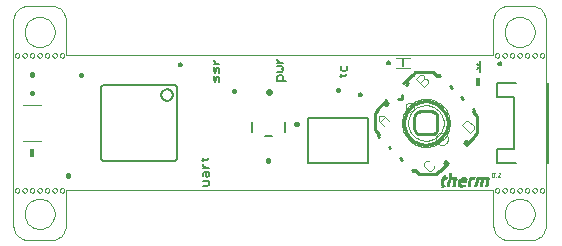
<source format=gto>
G75*
%MOIN*%
%OFA0B0*%
%FSLAX24Y24*%
%IPPOS*%
%LPD*%
%AMOC8*
5,1,8,0,0,1.08239X$1,22.5*
%
%ADD10C,0.0000*%
%ADD11C,0.0050*%
%ADD12C,0.0080*%
%ADD13C,0.0100*%
%ADD14C,0.0020*%
%ADD15C,0.0040*%
%ADD16R,0.0050X0.0305*%
%ADD17C,0.0220*%
%ADD18C,0.0160*%
%ADD19R,0.0160X0.0280*%
%ADD20R,0.0100X0.0020*%
%ADD21R,0.0160X0.0020*%
%ADD22R,0.0180X0.0020*%
%ADD23R,0.0240X0.0020*%
%ADD24R,0.0140X0.0020*%
%ADD25R,0.0060X0.0020*%
%ADD26R,0.0120X0.0020*%
%ADD27R,0.0080X0.0020*%
%ADD28R,0.0300X0.0020*%
%ADD29R,0.0200X0.0020*%
%ADD30R,0.0280X0.0020*%
%ADD31R,0.0440X0.0020*%
%ADD32R,0.0220X0.0020*%
%ADD33R,0.0260X0.0020*%
%ADD34R,0.0020X0.0020*%
%ADD35R,0.0040X0.0020*%
%ADD36C,0.0060*%
D10*
X004943Y002737D02*
X005693Y002737D01*
X005737Y002739D01*
X005780Y002745D01*
X005822Y002754D01*
X005864Y002767D01*
X005904Y002784D01*
X005943Y002804D01*
X005980Y002827D01*
X006014Y002854D01*
X006047Y002883D01*
X006076Y002916D01*
X006103Y002950D01*
X006126Y002987D01*
X006146Y003026D01*
X006163Y003066D01*
X006176Y003108D01*
X006185Y003150D01*
X006191Y003193D01*
X006193Y003237D01*
X006193Y004393D01*
X020443Y004393D01*
X020443Y003237D01*
X020445Y003193D01*
X020451Y003150D01*
X020460Y003108D01*
X020473Y003066D01*
X020490Y003026D01*
X020510Y002987D01*
X020533Y002950D01*
X020560Y002916D01*
X020589Y002883D01*
X020622Y002854D01*
X020656Y002827D01*
X020693Y002804D01*
X020732Y002784D01*
X020772Y002767D01*
X020814Y002754D01*
X020856Y002745D01*
X020899Y002739D01*
X020943Y002737D01*
X021693Y002737D01*
X021737Y002739D01*
X021780Y002745D01*
X021822Y002754D01*
X021864Y002767D01*
X021904Y002784D01*
X021943Y002804D01*
X021980Y002827D01*
X022014Y002854D01*
X022047Y002883D01*
X022076Y002916D01*
X022103Y002950D01*
X022126Y002987D01*
X022146Y003026D01*
X022163Y003066D01*
X022176Y003108D01*
X022185Y003150D01*
X022191Y003193D01*
X022193Y003237D01*
X022193Y010050D01*
X022191Y010094D01*
X022185Y010137D01*
X022176Y010179D01*
X022163Y010221D01*
X022146Y010261D01*
X022126Y010300D01*
X022103Y010337D01*
X022076Y010371D01*
X022047Y010404D01*
X022014Y010433D01*
X021980Y010460D01*
X021943Y010483D01*
X021904Y010503D01*
X021864Y010520D01*
X021822Y010533D01*
X021780Y010542D01*
X021737Y010548D01*
X021693Y010550D01*
X020943Y010550D01*
X020899Y010548D01*
X020856Y010542D01*
X020814Y010533D01*
X020772Y010520D01*
X020732Y010503D01*
X020693Y010483D01*
X020656Y010460D01*
X020622Y010433D01*
X020589Y010404D01*
X020560Y010371D01*
X020533Y010337D01*
X020510Y010300D01*
X020490Y010261D01*
X020473Y010221D01*
X020460Y010179D01*
X020451Y010137D01*
X020445Y010094D01*
X020443Y010050D01*
X020443Y008893D01*
X006193Y008893D01*
X006193Y010050D01*
X006191Y010094D01*
X006185Y010137D01*
X006176Y010179D01*
X006163Y010221D01*
X006146Y010261D01*
X006126Y010300D01*
X006103Y010337D01*
X006076Y010371D01*
X006047Y010404D01*
X006014Y010433D01*
X005980Y010460D01*
X005943Y010483D01*
X005904Y010503D01*
X005864Y010520D01*
X005822Y010533D01*
X005780Y010542D01*
X005737Y010548D01*
X005693Y010550D01*
X004943Y010550D01*
X004899Y010548D01*
X004856Y010542D01*
X004814Y010533D01*
X004772Y010520D01*
X004732Y010503D01*
X004693Y010483D01*
X004656Y010460D01*
X004622Y010433D01*
X004589Y010404D01*
X004560Y010371D01*
X004533Y010337D01*
X004510Y010300D01*
X004490Y010261D01*
X004473Y010221D01*
X004460Y010179D01*
X004451Y010137D01*
X004445Y010094D01*
X004443Y010050D01*
X004443Y003237D01*
X004445Y003193D01*
X004451Y003150D01*
X004460Y003108D01*
X004473Y003066D01*
X004490Y003026D01*
X004510Y002987D01*
X004533Y002950D01*
X004560Y002916D01*
X004589Y002883D01*
X004622Y002854D01*
X004656Y002827D01*
X004693Y002804D01*
X004732Y002784D01*
X004772Y002767D01*
X004814Y002754D01*
X004856Y002745D01*
X004899Y002739D01*
X004943Y002737D01*
X004818Y003612D02*
X004820Y003656D01*
X004826Y003700D01*
X004836Y003743D01*
X004849Y003785D01*
X004866Y003826D01*
X004887Y003865D01*
X004911Y003902D01*
X004938Y003937D01*
X004968Y003969D01*
X005001Y003999D01*
X005037Y004025D01*
X005074Y004049D01*
X005114Y004068D01*
X005155Y004085D01*
X005198Y004097D01*
X005241Y004106D01*
X005285Y004111D01*
X005329Y004112D01*
X005373Y004109D01*
X005417Y004102D01*
X005460Y004091D01*
X005502Y004077D01*
X005542Y004059D01*
X005581Y004037D01*
X005617Y004013D01*
X005651Y003985D01*
X005683Y003954D01*
X005712Y003920D01*
X005738Y003884D01*
X005760Y003846D01*
X005779Y003806D01*
X005794Y003764D01*
X005806Y003722D01*
X005814Y003678D01*
X005818Y003634D01*
X005818Y003590D01*
X005814Y003546D01*
X005806Y003502D01*
X005794Y003460D01*
X005779Y003418D01*
X005760Y003378D01*
X005738Y003340D01*
X005712Y003304D01*
X005683Y003270D01*
X005651Y003239D01*
X005617Y003211D01*
X005581Y003187D01*
X005542Y003165D01*
X005502Y003147D01*
X005460Y003133D01*
X005417Y003122D01*
X005373Y003115D01*
X005329Y003112D01*
X005285Y003113D01*
X005241Y003118D01*
X005198Y003127D01*
X005155Y003139D01*
X005114Y003156D01*
X005074Y003175D01*
X005037Y003199D01*
X005001Y003225D01*
X004968Y003255D01*
X004938Y003287D01*
X004911Y003322D01*
X004887Y003359D01*
X004866Y003398D01*
X004849Y003439D01*
X004836Y003481D01*
X004826Y003524D01*
X004820Y003568D01*
X004818Y003612D01*
X004743Y004393D02*
X004745Y004410D01*
X004750Y004426D01*
X004759Y004440D01*
X004771Y004452D01*
X004785Y004461D01*
X004801Y004466D01*
X004818Y004468D01*
X004835Y004466D01*
X004851Y004461D01*
X004865Y004452D01*
X004877Y004440D01*
X004886Y004426D01*
X004891Y004410D01*
X004893Y004393D01*
X004891Y004376D01*
X004886Y004360D01*
X004877Y004346D01*
X004865Y004334D01*
X004851Y004325D01*
X004835Y004320D01*
X004818Y004318D01*
X004801Y004320D01*
X004785Y004325D01*
X004771Y004334D01*
X004759Y004346D01*
X004750Y004360D01*
X004745Y004376D01*
X004743Y004393D01*
X004493Y004393D02*
X004495Y004410D01*
X004500Y004426D01*
X004509Y004440D01*
X004521Y004452D01*
X004535Y004461D01*
X004551Y004466D01*
X004568Y004468D01*
X004585Y004466D01*
X004601Y004461D01*
X004615Y004452D01*
X004627Y004440D01*
X004636Y004426D01*
X004641Y004410D01*
X004643Y004393D01*
X004641Y004376D01*
X004636Y004360D01*
X004627Y004346D01*
X004615Y004334D01*
X004601Y004325D01*
X004585Y004320D01*
X004568Y004318D01*
X004551Y004320D01*
X004535Y004325D01*
X004521Y004334D01*
X004509Y004346D01*
X004500Y004360D01*
X004495Y004376D01*
X004493Y004393D01*
X004993Y004393D02*
X004995Y004410D01*
X005000Y004426D01*
X005009Y004440D01*
X005021Y004452D01*
X005035Y004461D01*
X005051Y004466D01*
X005068Y004468D01*
X005085Y004466D01*
X005101Y004461D01*
X005115Y004452D01*
X005127Y004440D01*
X005136Y004426D01*
X005141Y004410D01*
X005143Y004393D01*
X005141Y004376D01*
X005136Y004360D01*
X005127Y004346D01*
X005115Y004334D01*
X005101Y004325D01*
X005085Y004320D01*
X005068Y004318D01*
X005051Y004320D01*
X005035Y004325D01*
X005021Y004334D01*
X005009Y004346D01*
X005000Y004360D01*
X004995Y004376D01*
X004993Y004393D01*
X005243Y004393D02*
X005245Y004410D01*
X005250Y004426D01*
X005259Y004440D01*
X005271Y004452D01*
X005285Y004461D01*
X005301Y004466D01*
X005318Y004468D01*
X005335Y004466D01*
X005351Y004461D01*
X005365Y004452D01*
X005377Y004440D01*
X005386Y004426D01*
X005391Y004410D01*
X005393Y004393D01*
X005391Y004376D01*
X005386Y004360D01*
X005377Y004346D01*
X005365Y004334D01*
X005351Y004325D01*
X005335Y004320D01*
X005318Y004318D01*
X005301Y004320D01*
X005285Y004325D01*
X005271Y004334D01*
X005259Y004346D01*
X005250Y004360D01*
X005245Y004376D01*
X005243Y004393D01*
X005493Y004393D02*
X005495Y004410D01*
X005500Y004426D01*
X005509Y004440D01*
X005521Y004452D01*
X005535Y004461D01*
X005551Y004466D01*
X005568Y004468D01*
X005585Y004466D01*
X005601Y004461D01*
X005615Y004452D01*
X005627Y004440D01*
X005636Y004426D01*
X005641Y004410D01*
X005643Y004393D01*
X005641Y004376D01*
X005636Y004360D01*
X005627Y004346D01*
X005615Y004334D01*
X005601Y004325D01*
X005585Y004320D01*
X005568Y004318D01*
X005551Y004320D01*
X005535Y004325D01*
X005521Y004334D01*
X005509Y004346D01*
X005500Y004360D01*
X005495Y004376D01*
X005493Y004393D01*
X005743Y004393D02*
X005745Y004410D01*
X005750Y004426D01*
X005759Y004440D01*
X005771Y004452D01*
X005785Y004461D01*
X005801Y004466D01*
X005818Y004468D01*
X005835Y004466D01*
X005851Y004461D01*
X005865Y004452D01*
X005877Y004440D01*
X005886Y004426D01*
X005891Y004410D01*
X005893Y004393D01*
X005891Y004376D01*
X005886Y004360D01*
X005877Y004346D01*
X005865Y004334D01*
X005851Y004325D01*
X005835Y004320D01*
X005818Y004318D01*
X005801Y004320D01*
X005785Y004325D01*
X005771Y004334D01*
X005759Y004346D01*
X005750Y004360D01*
X005745Y004376D01*
X005743Y004393D01*
X005993Y004393D02*
X005995Y004410D01*
X006000Y004426D01*
X006009Y004440D01*
X006021Y004452D01*
X006035Y004461D01*
X006051Y004466D01*
X006068Y004468D01*
X006085Y004466D01*
X006101Y004461D01*
X006115Y004452D01*
X006127Y004440D01*
X006136Y004426D01*
X006141Y004410D01*
X006143Y004393D01*
X006141Y004376D01*
X006136Y004360D01*
X006127Y004346D01*
X006115Y004334D01*
X006101Y004325D01*
X006085Y004320D01*
X006068Y004318D01*
X006051Y004320D01*
X006035Y004325D01*
X006021Y004334D01*
X006009Y004346D01*
X006000Y004360D01*
X005995Y004376D01*
X005993Y004393D01*
X005993Y008893D02*
X005995Y008910D01*
X006000Y008926D01*
X006009Y008940D01*
X006021Y008952D01*
X006035Y008961D01*
X006051Y008966D01*
X006068Y008968D01*
X006085Y008966D01*
X006101Y008961D01*
X006115Y008952D01*
X006127Y008940D01*
X006136Y008926D01*
X006141Y008910D01*
X006143Y008893D01*
X006141Y008876D01*
X006136Y008860D01*
X006127Y008846D01*
X006115Y008834D01*
X006101Y008825D01*
X006085Y008820D01*
X006068Y008818D01*
X006051Y008820D01*
X006035Y008825D01*
X006021Y008834D01*
X006009Y008846D01*
X006000Y008860D01*
X005995Y008876D01*
X005993Y008893D01*
X005743Y008893D02*
X005745Y008910D01*
X005750Y008926D01*
X005759Y008940D01*
X005771Y008952D01*
X005785Y008961D01*
X005801Y008966D01*
X005818Y008968D01*
X005835Y008966D01*
X005851Y008961D01*
X005865Y008952D01*
X005877Y008940D01*
X005886Y008926D01*
X005891Y008910D01*
X005893Y008893D01*
X005891Y008876D01*
X005886Y008860D01*
X005877Y008846D01*
X005865Y008834D01*
X005851Y008825D01*
X005835Y008820D01*
X005818Y008818D01*
X005801Y008820D01*
X005785Y008825D01*
X005771Y008834D01*
X005759Y008846D01*
X005750Y008860D01*
X005745Y008876D01*
X005743Y008893D01*
X005493Y008893D02*
X005495Y008910D01*
X005500Y008926D01*
X005509Y008940D01*
X005521Y008952D01*
X005535Y008961D01*
X005551Y008966D01*
X005568Y008968D01*
X005585Y008966D01*
X005601Y008961D01*
X005615Y008952D01*
X005627Y008940D01*
X005636Y008926D01*
X005641Y008910D01*
X005643Y008893D01*
X005641Y008876D01*
X005636Y008860D01*
X005627Y008846D01*
X005615Y008834D01*
X005601Y008825D01*
X005585Y008820D01*
X005568Y008818D01*
X005551Y008820D01*
X005535Y008825D01*
X005521Y008834D01*
X005509Y008846D01*
X005500Y008860D01*
X005495Y008876D01*
X005493Y008893D01*
X005243Y008893D02*
X005245Y008910D01*
X005250Y008926D01*
X005259Y008940D01*
X005271Y008952D01*
X005285Y008961D01*
X005301Y008966D01*
X005318Y008968D01*
X005335Y008966D01*
X005351Y008961D01*
X005365Y008952D01*
X005377Y008940D01*
X005386Y008926D01*
X005391Y008910D01*
X005393Y008893D01*
X005391Y008876D01*
X005386Y008860D01*
X005377Y008846D01*
X005365Y008834D01*
X005351Y008825D01*
X005335Y008820D01*
X005318Y008818D01*
X005301Y008820D01*
X005285Y008825D01*
X005271Y008834D01*
X005259Y008846D01*
X005250Y008860D01*
X005245Y008876D01*
X005243Y008893D01*
X004993Y008893D02*
X004995Y008910D01*
X005000Y008926D01*
X005009Y008940D01*
X005021Y008952D01*
X005035Y008961D01*
X005051Y008966D01*
X005068Y008968D01*
X005085Y008966D01*
X005101Y008961D01*
X005115Y008952D01*
X005127Y008940D01*
X005136Y008926D01*
X005141Y008910D01*
X005143Y008893D01*
X005141Y008876D01*
X005136Y008860D01*
X005127Y008846D01*
X005115Y008834D01*
X005101Y008825D01*
X005085Y008820D01*
X005068Y008818D01*
X005051Y008820D01*
X005035Y008825D01*
X005021Y008834D01*
X005009Y008846D01*
X005000Y008860D01*
X004995Y008876D01*
X004993Y008893D01*
X004743Y008893D02*
X004745Y008910D01*
X004750Y008926D01*
X004759Y008940D01*
X004771Y008952D01*
X004785Y008961D01*
X004801Y008966D01*
X004818Y008968D01*
X004835Y008966D01*
X004851Y008961D01*
X004865Y008952D01*
X004877Y008940D01*
X004886Y008926D01*
X004891Y008910D01*
X004893Y008893D01*
X004891Y008876D01*
X004886Y008860D01*
X004877Y008846D01*
X004865Y008834D01*
X004851Y008825D01*
X004835Y008820D01*
X004818Y008818D01*
X004801Y008820D01*
X004785Y008825D01*
X004771Y008834D01*
X004759Y008846D01*
X004750Y008860D01*
X004745Y008876D01*
X004743Y008893D01*
X004493Y008893D02*
X004495Y008910D01*
X004500Y008926D01*
X004509Y008940D01*
X004521Y008952D01*
X004535Y008961D01*
X004551Y008966D01*
X004568Y008968D01*
X004585Y008966D01*
X004601Y008961D01*
X004615Y008952D01*
X004627Y008940D01*
X004636Y008926D01*
X004641Y008910D01*
X004643Y008893D01*
X004641Y008876D01*
X004636Y008860D01*
X004627Y008846D01*
X004615Y008834D01*
X004601Y008825D01*
X004585Y008820D01*
X004568Y008818D01*
X004551Y008820D01*
X004535Y008825D01*
X004521Y008834D01*
X004509Y008846D01*
X004500Y008860D01*
X004495Y008876D01*
X004493Y008893D01*
X004818Y009675D02*
X004820Y009719D01*
X004826Y009763D01*
X004836Y009806D01*
X004849Y009848D01*
X004866Y009889D01*
X004887Y009928D01*
X004911Y009965D01*
X004938Y010000D01*
X004968Y010032D01*
X005001Y010062D01*
X005037Y010088D01*
X005074Y010112D01*
X005114Y010131D01*
X005155Y010148D01*
X005198Y010160D01*
X005241Y010169D01*
X005285Y010174D01*
X005329Y010175D01*
X005373Y010172D01*
X005417Y010165D01*
X005460Y010154D01*
X005502Y010140D01*
X005542Y010122D01*
X005581Y010100D01*
X005617Y010076D01*
X005651Y010048D01*
X005683Y010017D01*
X005712Y009983D01*
X005738Y009947D01*
X005760Y009909D01*
X005779Y009869D01*
X005794Y009827D01*
X005806Y009785D01*
X005814Y009741D01*
X005818Y009697D01*
X005818Y009653D01*
X005814Y009609D01*
X005806Y009565D01*
X005794Y009523D01*
X005779Y009481D01*
X005760Y009441D01*
X005738Y009403D01*
X005712Y009367D01*
X005683Y009333D01*
X005651Y009302D01*
X005617Y009274D01*
X005581Y009250D01*
X005542Y009228D01*
X005502Y009210D01*
X005460Y009196D01*
X005417Y009185D01*
X005373Y009178D01*
X005329Y009175D01*
X005285Y009176D01*
X005241Y009181D01*
X005198Y009190D01*
X005155Y009202D01*
X005114Y009219D01*
X005074Y009238D01*
X005037Y009262D01*
X005001Y009288D01*
X004968Y009318D01*
X004938Y009350D01*
X004911Y009385D01*
X004887Y009422D01*
X004866Y009461D01*
X004849Y009502D01*
X004836Y009544D01*
X004826Y009587D01*
X004820Y009631D01*
X004818Y009675D01*
X017516Y007172D02*
X017518Y007196D01*
X017524Y007219D01*
X017533Y007241D01*
X017546Y007261D01*
X017561Y007279D01*
X017580Y007294D01*
X017601Y007306D01*
X017623Y007314D01*
X017646Y007319D01*
X017670Y007320D01*
X017694Y007317D01*
X017716Y007310D01*
X017738Y007300D01*
X017758Y007287D01*
X017775Y007270D01*
X017789Y007251D01*
X017800Y007230D01*
X017808Y007207D01*
X017812Y007184D01*
X017812Y007160D01*
X017808Y007137D01*
X017800Y007114D01*
X017789Y007093D01*
X017775Y007074D01*
X017758Y007057D01*
X017738Y007044D01*
X017716Y007034D01*
X017694Y007027D01*
X017670Y007024D01*
X017646Y007025D01*
X017623Y007030D01*
X017601Y007038D01*
X017580Y007050D01*
X017561Y007065D01*
X017546Y007083D01*
X017533Y007103D01*
X017524Y007125D01*
X017518Y007148D01*
X017516Y007172D01*
X018515Y006114D02*
X018517Y006142D01*
X018523Y006170D01*
X018532Y006196D01*
X018545Y006222D01*
X018561Y006245D01*
X018581Y006265D01*
X018603Y006283D01*
X018627Y006298D01*
X018653Y006309D01*
X018680Y006317D01*
X018708Y006321D01*
X018736Y006321D01*
X018764Y006317D01*
X018791Y006309D01*
X018817Y006298D01*
X018841Y006283D01*
X018863Y006265D01*
X018883Y006245D01*
X018899Y006222D01*
X018912Y006196D01*
X018921Y006170D01*
X018927Y006142D01*
X018929Y006114D01*
X018927Y006086D01*
X018921Y006058D01*
X018912Y006032D01*
X018899Y006006D01*
X018883Y005983D01*
X018863Y005963D01*
X018841Y005945D01*
X018817Y005930D01*
X018791Y005919D01*
X018764Y005911D01*
X018736Y005907D01*
X018708Y005907D01*
X018680Y005911D01*
X018653Y005919D01*
X018627Y005930D01*
X018603Y005945D01*
X018581Y005963D01*
X018561Y005983D01*
X018545Y006006D01*
X018532Y006032D01*
X018523Y006058D01*
X018517Y006086D01*
X018515Y006114D01*
X020493Y004393D02*
X020495Y004410D01*
X020500Y004426D01*
X020509Y004440D01*
X020521Y004452D01*
X020535Y004461D01*
X020551Y004466D01*
X020568Y004468D01*
X020585Y004466D01*
X020601Y004461D01*
X020615Y004452D01*
X020627Y004440D01*
X020636Y004426D01*
X020641Y004410D01*
X020643Y004393D01*
X020641Y004376D01*
X020636Y004360D01*
X020627Y004346D01*
X020615Y004334D01*
X020601Y004325D01*
X020585Y004320D01*
X020568Y004318D01*
X020551Y004320D01*
X020535Y004325D01*
X020521Y004334D01*
X020509Y004346D01*
X020500Y004360D01*
X020495Y004376D01*
X020493Y004393D01*
X020743Y004393D02*
X020745Y004410D01*
X020750Y004426D01*
X020759Y004440D01*
X020771Y004452D01*
X020785Y004461D01*
X020801Y004466D01*
X020818Y004468D01*
X020835Y004466D01*
X020851Y004461D01*
X020865Y004452D01*
X020877Y004440D01*
X020886Y004426D01*
X020891Y004410D01*
X020893Y004393D01*
X020891Y004376D01*
X020886Y004360D01*
X020877Y004346D01*
X020865Y004334D01*
X020851Y004325D01*
X020835Y004320D01*
X020818Y004318D01*
X020801Y004320D01*
X020785Y004325D01*
X020771Y004334D01*
X020759Y004346D01*
X020750Y004360D01*
X020745Y004376D01*
X020743Y004393D01*
X020993Y004393D02*
X020995Y004410D01*
X021000Y004426D01*
X021009Y004440D01*
X021021Y004452D01*
X021035Y004461D01*
X021051Y004466D01*
X021068Y004468D01*
X021085Y004466D01*
X021101Y004461D01*
X021115Y004452D01*
X021127Y004440D01*
X021136Y004426D01*
X021141Y004410D01*
X021143Y004393D01*
X021141Y004376D01*
X021136Y004360D01*
X021127Y004346D01*
X021115Y004334D01*
X021101Y004325D01*
X021085Y004320D01*
X021068Y004318D01*
X021051Y004320D01*
X021035Y004325D01*
X021021Y004334D01*
X021009Y004346D01*
X021000Y004360D01*
X020995Y004376D01*
X020993Y004393D01*
X021243Y004393D02*
X021245Y004410D01*
X021250Y004426D01*
X021259Y004440D01*
X021271Y004452D01*
X021285Y004461D01*
X021301Y004466D01*
X021318Y004468D01*
X021335Y004466D01*
X021351Y004461D01*
X021365Y004452D01*
X021377Y004440D01*
X021386Y004426D01*
X021391Y004410D01*
X021393Y004393D01*
X021391Y004376D01*
X021386Y004360D01*
X021377Y004346D01*
X021365Y004334D01*
X021351Y004325D01*
X021335Y004320D01*
X021318Y004318D01*
X021301Y004320D01*
X021285Y004325D01*
X021271Y004334D01*
X021259Y004346D01*
X021250Y004360D01*
X021245Y004376D01*
X021243Y004393D01*
X021493Y004393D02*
X021495Y004410D01*
X021500Y004426D01*
X021509Y004440D01*
X021521Y004452D01*
X021535Y004461D01*
X021551Y004466D01*
X021568Y004468D01*
X021585Y004466D01*
X021601Y004461D01*
X021615Y004452D01*
X021627Y004440D01*
X021636Y004426D01*
X021641Y004410D01*
X021643Y004393D01*
X021641Y004376D01*
X021636Y004360D01*
X021627Y004346D01*
X021615Y004334D01*
X021601Y004325D01*
X021585Y004320D01*
X021568Y004318D01*
X021551Y004320D01*
X021535Y004325D01*
X021521Y004334D01*
X021509Y004346D01*
X021500Y004360D01*
X021495Y004376D01*
X021493Y004393D01*
X021743Y004393D02*
X021745Y004410D01*
X021750Y004426D01*
X021759Y004440D01*
X021771Y004452D01*
X021785Y004461D01*
X021801Y004466D01*
X021818Y004468D01*
X021835Y004466D01*
X021851Y004461D01*
X021865Y004452D01*
X021877Y004440D01*
X021886Y004426D01*
X021891Y004410D01*
X021893Y004393D01*
X021891Y004376D01*
X021886Y004360D01*
X021877Y004346D01*
X021865Y004334D01*
X021851Y004325D01*
X021835Y004320D01*
X021818Y004318D01*
X021801Y004320D01*
X021785Y004325D01*
X021771Y004334D01*
X021759Y004346D01*
X021750Y004360D01*
X021745Y004376D01*
X021743Y004393D01*
X021993Y004393D02*
X021995Y004410D01*
X022000Y004426D01*
X022009Y004440D01*
X022021Y004452D01*
X022035Y004461D01*
X022051Y004466D01*
X022068Y004468D01*
X022085Y004466D01*
X022101Y004461D01*
X022115Y004452D01*
X022127Y004440D01*
X022136Y004426D01*
X022141Y004410D01*
X022143Y004393D01*
X022141Y004376D01*
X022136Y004360D01*
X022127Y004346D01*
X022115Y004334D01*
X022101Y004325D01*
X022085Y004320D01*
X022068Y004318D01*
X022051Y004320D01*
X022035Y004325D01*
X022021Y004334D01*
X022009Y004346D01*
X022000Y004360D01*
X021995Y004376D01*
X021993Y004393D01*
X020818Y003612D02*
X020820Y003656D01*
X020826Y003700D01*
X020836Y003743D01*
X020849Y003785D01*
X020866Y003826D01*
X020887Y003865D01*
X020911Y003902D01*
X020938Y003937D01*
X020968Y003969D01*
X021001Y003999D01*
X021037Y004025D01*
X021074Y004049D01*
X021114Y004068D01*
X021155Y004085D01*
X021198Y004097D01*
X021241Y004106D01*
X021285Y004111D01*
X021329Y004112D01*
X021373Y004109D01*
X021417Y004102D01*
X021460Y004091D01*
X021502Y004077D01*
X021542Y004059D01*
X021581Y004037D01*
X021617Y004013D01*
X021651Y003985D01*
X021683Y003954D01*
X021712Y003920D01*
X021738Y003884D01*
X021760Y003846D01*
X021779Y003806D01*
X021794Y003764D01*
X021806Y003722D01*
X021814Y003678D01*
X021818Y003634D01*
X021818Y003590D01*
X021814Y003546D01*
X021806Y003502D01*
X021794Y003460D01*
X021779Y003418D01*
X021760Y003378D01*
X021738Y003340D01*
X021712Y003304D01*
X021683Y003270D01*
X021651Y003239D01*
X021617Y003211D01*
X021581Y003187D01*
X021542Y003165D01*
X021502Y003147D01*
X021460Y003133D01*
X021417Y003122D01*
X021373Y003115D01*
X021329Y003112D01*
X021285Y003113D01*
X021241Y003118D01*
X021198Y003127D01*
X021155Y003139D01*
X021114Y003156D01*
X021074Y003175D01*
X021037Y003199D01*
X021001Y003225D01*
X020968Y003255D01*
X020938Y003287D01*
X020911Y003322D01*
X020887Y003359D01*
X020866Y003398D01*
X020849Y003439D01*
X020836Y003481D01*
X020826Y003524D01*
X020820Y003568D01*
X020818Y003612D01*
X020743Y008893D02*
X020745Y008910D01*
X020750Y008926D01*
X020759Y008940D01*
X020771Y008952D01*
X020785Y008961D01*
X020801Y008966D01*
X020818Y008968D01*
X020835Y008966D01*
X020851Y008961D01*
X020865Y008952D01*
X020877Y008940D01*
X020886Y008926D01*
X020891Y008910D01*
X020893Y008893D01*
X020891Y008876D01*
X020886Y008860D01*
X020877Y008846D01*
X020865Y008834D01*
X020851Y008825D01*
X020835Y008820D01*
X020818Y008818D01*
X020801Y008820D01*
X020785Y008825D01*
X020771Y008834D01*
X020759Y008846D01*
X020750Y008860D01*
X020745Y008876D01*
X020743Y008893D01*
X020493Y008893D02*
X020495Y008910D01*
X020500Y008926D01*
X020509Y008940D01*
X020521Y008952D01*
X020535Y008961D01*
X020551Y008966D01*
X020568Y008968D01*
X020585Y008966D01*
X020601Y008961D01*
X020615Y008952D01*
X020627Y008940D01*
X020636Y008926D01*
X020641Y008910D01*
X020643Y008893D01*
X020641Y008876D01*
X020636Y008860D01*
X020627Y008846D01*
X020615Y008834D01*
X020601Y008825D01*
X020585Y008820D01*
X020568Y008818D01*
X020551Y008820D01*
X020535Y008825D01*
X020521Y008834D01*
X020509Y008846D01*
X020500Y008860D01*
X020495Y008876D01*
X020493Y008893D01*
X020993Y008893D02*
X020995Y008910D01*
X021000Y008926D01*
X021009Y008940D01*
X021021Y008952D01*
X021035Y008961D01*
X021051Y008966D01*
X021068Y008968D01*
X021085Y008966D01*
X021101Y008961D01*
X021115Y008952D01*
X021127Y008940D01*
X021136Y008926D01*
X021141Y008910D01*
X021143Y008893D01*
X021141Y008876D01*
X021136Y008860D01*
X021127Y008846D01*
X021115Y008834D01*
X021101Y008825D01*
X021085Y008820D01*
X021068Y008818D01*
X021051Y008820D01*
X021035Y008825D01*
X021021Y008834D01*
X021009Y008846D01*
X021000Y008860D01*
X020995Y008876D01*
X020993Y008893D01*
X021243Y008893D02*
X021245Y008910D01*
X021250Y008926D01*
X021259Y008940D01*
X021271Y008952D01*
X021285Y008961D01*
X021301Y008966D01*
X021318Y008968D01*
X021335Y008966D01*
X021351Y008961D01*
X021365Y008952D01*
X021377Y008940D01*
X021386Y008926D01*
X021391Y008910D01*
X021393Y008893D01*
X021391Y008876D01*
X021386Y008860D01*
X021377Y008846D01*
X021365Y008834D01*
X021351Y008825D01*
X021335Y008820D01*
X021318Y008818D01*
X021301Y008820D01*
X021285Y008825D01*
X021271Y008834D01*
X021259Y008846D01*
X021250Y008860D01*
X021245Y008876D01*
X021243Y008893D01*
X021493Y008893D02*
X021495Y008910D01*
X021500Y008926D01*
X021509Y008940D01*
X021521Y008952D01*
X021535Y008961D01*
X021551Y008966D01*
X021568Y008968D01*
X021585Y008966D01*
X021601Y008961D01*
X021615Y008952D01*
X021627Y008940D01*
X021636Y008926D01*
X021641Y008910D01*
X021643Y008893D01*
X021641Y008876D01*
X021636Y008860D01*
X021627Y008846D01*
X021615Y008834D01*
X021601Y008825D01*
X021585Y008820D01*
X021568Y008818D01*
X021551Y008820D01*
X021535Y008825D01*
X021521Y008834D01*
X021509Y008846D01*
X021500Y008860D01*
X021495Y008876D01*
X021493Y008893D01*
X021743Y008893D02*
X021745Y008910D01*
X021750Y008926D01*
X021759Y008940D01*
X021771Y008952D01*
X021785Y008961D01*
X021801Y008966D01*
X021818Y008968D01*
X021835Y008966D01*
X021851Y008961D01*
X021865Y008952D01*
X021877Y008940D01*
X021886Y008926D01*
X021891Y008910D01*
X021893Y008893D01*
X021891Y008876D01*
X021886Y008860D01*
X021877Y008846D01*
X021865Y008834D01*
X021851Y008825D01*
X021835Y008820D01*
X021818Y008818D01*
X021801Y008820D01*
X021785Y008825D01*
X021771Y008834D01*
X021759Y008846D01*
X021750Y008860D01*
X021745Y008876D01*
X021743Y008893D01*
X021993Y008893D02*
X021995Y008910D01*
X022000Y008926D01*
X022009Y008940D01*
X022021Y008952D01*
X022035Y008961D01*
X022051Y008966D01*
X022068Y008968D01*
X022085Y008966D01*
X022101Y008961D01*
X022115Y008952D01*
X022127Y008940D01*
X022136Y008926D01*
X022141Y008910D01*
X022143Y008893D01*
X022141Y008876D01*
X022136Y008860D01*
X022127Y008846D01*
X022115Y008834D01*
X022101Y008825D01*
X022085Y008820D01*
X022068Y008818D01*
X022051Y008820D01*
X022035Y008825D01*
X022021Y008834D01*
X022009Y008846D01*
X022000Y008860D01*
X021995Y008876D01*
X021993Y008893D01*
X020818Y009675D02*
X020820Y009719D01*
X020826Y009763D01*
X020836Y009806D01*
X020849Y009848D01*
X020866Y009889D01*
X020887Y009928D01*
X020911Y009965D01*
X020938Y010000D01*
X020968Y010032D01*
X021001Y010062D01*
X021037Y010088D01*
X021074Y010112D01*
X021114Y010131D01*
X021155Y010148D01*
X021198Y010160D01*
X021241Y010169D01*
X021285Y010174D01*
X021329Y010175D01*
X021373Y010172D01*
X021417Y010165D01*
X021460Y010154D01*
X021502Y010140D01*
X021542Y010122D01*
X021581Y010100D01*
X021617Y010076D01*
X021651Y010048D01*
X021683Y010017D01*
X021712Y009983D01*
X021738Y009947D01*
X021760Y009909D01*
X021779Y009869D01*
X021794Y009827D01*
X021806Y009785D01*
X021814Y009741D01*
X021818Y009697D01*
X021818Y009653D01*
X021814Y009609D01*
X021806Y009565D01*
X021794Y009523D01*
X021779Y009481D01*
X021760Y009441D01*
X021738Y009403D01*
X021712Y009367D01*
X021683Y009333D01*
X021651Y009302D01*
X021617Y009274D01*
X021581Y009250D01*
X021542Y009228D01*
X021502Y009210D01*
X021460Y009196D01*
X021417Y009185D01*
X021373Y009178D01*
X021329Y009175D01*
X021285Y009176D01*
X021241Y009181D01*
X021198Y009190D01*
X021155Y009202D01*
X021114Y009219D01*
X021074Y009238D01*
X021037Y009262D01*
X021001Y009288D01*
X020968Y009318D01*
X020938Y009350D01*
X020911Y009385D01*
X020887Y009422D01*
X020866Y009461D01*
X020849Y009502D01*
X020836Y009544D01*
X020826Y009587D01*
X020820Y009631D01*
X020818Y009675D01*
D11*
X015550Y008554D02*
X015550Y008419D01*
X015505Y008374D01*
X015415Y008374D01*
X015370Y008419D01*
X015370Y008554D01*
X015370Y008267D02*
X015370Y008177D01*
X015325Y008222D02*
X015505Y008222D01*
X015550Y008267D01*
X013515Y008052D02*
X013245Y008052D01*
X013245Y008187D01*
X013290Y008232D01*
X013380Y008232D01*
X013425Y008187D01*
X013425Y008052D01*
X013380Y008347D02*
X013245Y008347D01*
X013380Y008347D02*
X013425Y008392D01*
X013380Y008437D01*
X013425Y008482D01*
X013380Y008527D01*
X013245Y008527D01*
X013245Y008642D02*
X013425Y008642D01*
X013335Y008642D02*
X013245Y008732D01*
X013245Y008777D01*
X011300Y008610D02*
X011120Y008610D01*
X011210Y008610D02*
X011120Y008700D01*
X011120Y008745D01*
X011120Y008496D02*
X011120Y008361D01*
X011165Y008316D01*
X011210Y008361D01*
X011210Y008451D01*
X011255Y008496D01*
X011300Y008451D01*
X011300Y008316D01*
X011255Y008201D02*
X011210Y008156D01*
X011210Y008066D01*
X011165Y008021D01*
X011120Y008066D01*
X011120Y008201D01*
X011255Y008201D02*
X011300Y008156D01*
X011300Y008021D01*
X014255Y006800D02*
X016255Y006800D01*
X016255Y005300D01*
X014255Y005300D01*
X014255Y006800D01*
X010949Y005468D02*
X010904Y005423D01*
X010724Y005423D01*
X010769Y005378D02*
X010769Y005468D01*
X010769Y005268D02*
X010769Y005223D01*
X010859Y005133D01*
X010949Y005133D02*
X010769Y005133D01*
X010814Y005018D02*
X010949Y005018D01*
X010949Y004883D01*
X010904Y004838D01*
X010859Y004883D01*
X010859Y005018D01*
X010814Y005018D02*
X010769Y004973D01*
X010769Y004883D01*
X010769Y004723D02*
X010949Y004723D01*
X010949Y004588D01*
X010904Y004543D01*
X010769Y004543D01*
D12*
X012837Y006199D02*
X013049Y006199D01*
X013503Y006349D02*
X013503Y006687D01*
X012383Y006687D02*
X012383Y006349D01*
X015955Y007581D02*
X015957Y007594D01*
X015962Y007607D01*
X015971Y007618D01*
X015982Y007625D01*
X015995Y007630D01*
X016008Y007631D01*
X016022Y007628D01*
X016034Y007622D01*
X016044Y007613D01*
X016051Y007601D01*
X016055Y007588D01*
X016055Y007574D01*
X016051Y007561D01*
X016044Y007549D01*
X016034Y007540D01*
X016022Y007534D01*
X016008Y007531D01*
X015995Y007532D01*
X015982Y007537D01*
X015971Y007544D01*
X015962Y007555D01*
X015957Y007568D01*
X015955Y007581D01*
X016893Y008643D02*
X016895Y008656D01*
X016900Y008669D01*
X016909Y008680D01*
X016920Y008687D01*
X016933Y008692D01*
X016946Y008693D01*
X016960Y008690D01*
X016972Y008684D01*
X016982Y008675D01*
X016989Y008663D01*
X016993Y008650D01*
X016993Y008636D01*
X016989Y008623D01*
X016982Y008611D01*
X016972Y008602D01*
X016960Y008596D01*
X016946Y008593D01*
X016933Y008594D01*
X016920Y008599D01*
X016909Y008606D01*
X016900Y008617D01*
X016895Y008630D01*
X016893Y008643D01*
X019888Y008604D02*
X020004Y008528D01*
X020010Y008518D02*
X019888Y008426D01*
X020010Y008337D02*
X020010Y008518D01*
X020010Y008699D01*
X020612Y008612D02*
X020614Y008625D01*
X020619Y008638D01*
X020628Y008649D01*
X020639Y008656D01*
X020652Y008661D01*
X020665Y008662D01*
X020679Y008659D01*
X020691Y008653D01*
X020701Y008644D01*
X020708Y008632D01*
X020712Y008619D01*
X020712Y008605D01*
X020708Y008592D01*
X020701Y008580D01*
X020691Y008571D01*
X020679Y008565D01*
X020665Y008562D01*
X020652Y008563D01*
X020639Y008568D01*
X020628Y008575D01*
X020619Y008586D01*
X020614Y008599D01*
X020612Y008612D01*
X020571Y007982D02*
X021201Y007982D01*
X020571Y007982D02*
X020571Y007509D01*
X021122Y007509D01*
X021122Y005777D01*
X020571Y005777D01*
X020571Y005305D01*
X021201Y005305D01*
X022264Y005305D02*
X022264Y007982D01*
X009955Y008581D02*
X009957Y008594D01*
X009962Y008607D01*
X009971Y008618D01*
X009982Y008625D01*
X009995Y008630D01*
X010008Y008631D01*
X010022Y008628D01*
X010034Y008622D01*
X010044Y008613D01*
X010051Y008601D01*
X010055Y008588D01*
X010055Y008574D01*
X010051Y008561D01*
X010044Y008549D01*
X010034Y008540D01*
X010022Y008534D01*
X010008Y008531D01*
X009995Y008532D01*
X009982Y008537D01*
X009971Y008544D01*
X009962Y008555D01*
X009957Y008568D01*
X009955Y008581D01*
D13*
X016500Y006991D02*
X016500Y006407D01*
X016638Y006269D01*
X016587Y006217D01*
X016620Y006184D01*
X016954Y005850D02*
X017009Y005795D01*
X017344Y005460D02*
X017399Y005405D01*
X017734Y005070D02*
X017767Y005037D01*
X017818Y005089D01*
X017956Y004950D01*
X018541Y004950D01*
X018634Y005044D01*
X018649Y005029D01*
X018862Y005242D01*
X018871Y005233D01*
X018944Y005307D01*
X018862Y005242D02*
X018790Y005314D01*
X018863Y005387D01*
X019529Y005892D02*
X019603Y005965D01*
X019522Y006046D01*
X019449Y005973D01*
X019595Y005974D02*
X019808Y006187D01*
X019792Y006202D01*
X019886Y006296D01*
X019886Y006880D01*
X019748Y007018D01*
X019799Y007069D01*
X019766Y007102D01*
X019431Y007437D02*
X019362Y007506D01*
X019056Y007813D02*
X018987Y007882D01*
X018619Y008250D02*
X018567Y008198D01*
X018429Y008336D01*
X017845Y008336D01*
X017752Y008243D01*
X017736Y008258D01*
X017523Y008045D01*
X017596Y007973D01*
X017522Y007899D01*
X017441Y007980D02*
X017515Y008053D01*
X017523Y008045D01*
X017410Y007586D02*
X017388Y007448D01*
X017251Y007426D01*
X016937Y007314D02*
X016864Y007240D01*
X016783Y007321D01*
X016856Y007395D01*
X016791Y007313D02*
X016578Y007100D01*
X016594Y007085D01*
X016500Y006991D01*
X017809Y006830D02*
X017809Y006457D01*
X017811Y006431D01*
X017816Y006406D01*
X017824Y006382D01*
X017835Y006359D01*
X017850Y006337D01*
X017867Y006318D01*
X017886Y006301D01*
X017908Y006286D01*
X017931Y006275D01*
X017955Y006267D01*
X017980Y006262D01*
X018006Y006260D01*
X018006Y006259D02*
X018380Y006259D01*
X018380Y006260D02*
X018406Y006262D01*
X018431Y006267D01*
X018455Y006275D01*
X018479Y006286D01*
X018500Y006301D01*
X018519Y006318D01*
X018536Y006337D01*
X018551Y006359D01*
X018562Y006382D01*
X018570Y006406D01*
X018575Y006431D01*
X018577Y006457D01*
X018577Y006830D01*
X018575Y006856D01*
X018570Y006881D01*
X018562Y006905D01*
X018551Y006929D01*
X018536Y006950D01*
X018519Y006969D01*
X018500Y006986D01*
X018479Y007001D01*
X018455Y007012D01*
X018431Y007020D01*
X018406Y007025D01*
X018380Y007027D01*
X018006Y007027D01*
X017980Y007025D01*
X017955Y007020D01*
X017931Y007012D01*
X017908Y007001D01*
X017886Y006986D01*
X017867Y006969D01*
X017850Y006950D01*
X017835Y006929D01*
X017824Y006905D01*
X017816Y006881D01*
X017811Y006856D01*
X017809Y006830D01*
X017469Y006643D02*
X017471Y006696D01*
X017477Y006750D01*
X017487Y006802D01*
X017500Y006854D01*
X017518Y006905D01*
X017539Y006954D01*
X017564Y007001D01*
X017592Y007047D01*
X017623Y007090D01*
X017658Y007131D01*
X017695Y007169D01*
X017736Y007204D01*
X017778Y007236D01*
X017823Y007265D01*
X017870Y007291D01*
X017919Y007313D01*
X017969Y007332D01*
X018021Y007346D01*
X018073Y007357D01*
X018126Y007364D01*
X018180Y007367D01*
X018233Y007366D01*
X018286Y007361D01*
X018339Y007352D01*
X018391Y007339D01*
X018442Y007323D01*
X018492Y007303D01*
X018539Y007279D01*
X018585Y007251D01*
X018629Y007221D01*
X018671Y007187D01*
X018710Y007150D01*
X018746Y007111D01*
X018779Y007069D01*
X018809Y007024D01*
X018835Y006978D01*
X018858Y006929D01*
X018877Y006879D01*
X018893Y006828D01*
X018905Y006776D01*
X018913Y006723D01*
X018917Y006670D01*
X018917Y006616D01*
X018913Y006563D01*
X018905Y006510D01*
X018893Y006458D01*
X018877Y006407D01*
X018858Y006357D01*
X018835Y006308D01*
X018809Y006262D01*
X018779Y006217D01*
X018746Y006175D01*
X018710Y006136D01*
X018671Y006099D01*
X018629Y006065D01*
X018585Y006035D01*
X018539Y006007D01*
X018492Y005983D01*
X018442Y005963D01*
X018391Y005947D01*
X018339Y005934D01*
X018286Y005925D01*
X018233Y005920D01*
X018180Y005919D01*
X018126Y005922D01*
X018073Y005929D01*
X018021Y005940D01*
X017969Y005954D01*
X017919Y005973D01*
X017870Y005995D01*
X017823Y006021D01*
X017778Y006050D01*
X017736Y006082D01*
X017695Y006117D01*
X017658Y006155D01*
X017623Y006196D01*
X017592Y006239D01*
X017564Y006285D01*
X017539Y006332D01*
X017518Y006381D01*
X017500Y006432D01*
X017487Y006484D01*
X017477Y006536D01*
X017471Y006590D01*
X017469Y006643D01*
X018652Y008216D02*
X018619Y008250D01*
D14*
X017396Y006643D02*
X017398Y006699D01*
X017404Y006755D01*
X017414Y006811D01*
X017428Y006865D01*
X017445Y006919D01*
X017466Y006971D01*
X017491Y007021D01*
X017520Y007070D01*
X017552Y007116D01*
X017586Y007160D01*
X017624Y007202D01*
X017665Y007240D01*
X017709Y007276D01*
X017755Y007309D01*
X017803Y007338D01*
X017853Y007364D01*
X017904Y007386D01*
X017957Y007404D01*
X018012Y007419D01*
X018067Y007430D01*
X018123Y007437D01*
X018179Y007440D01*
X018235Y007439D01*
X018291Y007434D01*
X018347Y007425D01*
X018402Y007412D01*
X018455Y007396D01*
X018508Y007375D01*
X018559Y007351D01*
X018608Y007324D01*
X018655Y007293D01*
X018699Y007259D01*
X018741Y007221D01*
X018781Y007181D01*
X018817Y007138D01*
X018851Y007093D01*
X018881Y007046D01*
X018908Y006996D01*
X018931Y006945D01*
X018950Y006892D01*
X018966Y006838D01*
X018978Y006783D01*
X018986Y006727D01*
X018990Y006671D01*
X018990Y006615D01*
X018986Y006559D01*
X018978Y006503D01*
X018966Y006448D01*
X018950Y006394D01*
X018931Y006341D01*
X018908Y006290D01*
X018881Y006240D01*
X018851Y006193D01*
X018817Y006148D01*
X018781Y006105D01*
X018741Y006065D01*
X018699Y006027D01*
X018655Y005993D01*
X018608Y005962D01*
X018559Y005935D01*
X018508Y005911D01*
X018455Y005890D01*
X018402Y005874D01*
X018347Y005861D01*
X018291Y005852D01*
X018235Y005847D01*
X018179Y005846D01*
X018123Y005849D01*
X018067Y005856D01*
X018012Y005867D01*
X017957Y005882D01*
X017904Y005900D01*
X017853Y005922D01*
X017803Y005948D01*
X017755Y005977D01*
X017709Y006010D01*
X017665Y006046D01*
X017624Y006084D01*
X017586Y006126D01*
X017552Y006170D01*
X017520Y006216D01*
X017491Y006265D01*
X017466Y006315D01*
X017445Y006367D01*
X017428Y006421D01*
X017414Y006475D01*
X017404Y006531D01*
X017398Y006587D01*
X017396Y006643D01*
X017602Y006643D02*
X017604Y006691D01*
X017610Y006739D01*
X017620Y006786D01*
X017633Y006832D01*
X017651Y006877D01*
X017671Y006921D01*
X017696Y006963D01*
X017724Y007002D01*
X017754Y007039D01*
X017788Y007073D01*
X017825Y007105D01*
X017863Y007134D01*
X017904Y007159D01*
X017947Y007181D01*
X017992Y007199D01*
X018038Y007213D01*
X018085Y007224D01*
X018133Y007231D01*
X018181Y007234D01*
X018229Y007233D01*
X018277Y007228D01*
X018325Y007219D01*
X018371Y007207D01*
X018416Y007190D01*
X018460Y007170D01*
X018502Y007147D01*
X018542Y007120D01*
X018580Y007090D01*
X018615Y007057D01*
X018647Y007021D01*
X018677Y006983D01*
X018703Y006942D01*
X018725Y006899D01*
X018745Y006855D01*
X018760Y006810D01*
X018772Y006763D01*
X018780Y006715D01*
X018784Y006667D01*
X018784Y006619D01*
X018780Y006571D01*
X018772Y006523D01*
X018760Y006476D01*
X018745Y006431D01*
X018725Y006387D01*
X018703Y006344D01*
X018677Y006303D01*
X018647Y006265D01*
X018615Y006229D01*
X018580Y006196D01*
X018542Y006166D01*
X018502Y006139D01*
X018460Y006116D01*
X018416Y006096D01*
X018371Y006079D01*
X018325Y006067D01*
X018277Y006058D01*
X018229Y006053D01*
X018181Y006052D01*
X018133Y006055D01*
X018085Y006062D01*
X018038Y006073D01*
X017992Y006087D01*
X017947Y006105D01*
X017904Y006127D01*
X017863Y006152D01*
X017825Y006181D01*
X017788Y006213D01*
X017754Y006247D01*
X017724Y006284D01*
X017696Y006323D01*
X017671Y006365D01*
X017651Y006409D01*
X017633Y006454D01*
X017620Y006500D01*
X017610Y006547D01*
X017604Y006595D01*
X017602Y006643D01*
D15*
X016971Y006702D02*
X016801Y006872D01*
X016631Y006872D01*
X016631Y006702D01*
X016801Y006532D01*
X016674Y006660D02*
X016843Y006830D01*
X018123Y007855D02*
X017868Y008110D01*
X017996Y008237D01*
X018081Y008237D01*
X018123Y008194D01*
X018123Y008110D01*
X017996Y007982D01*
X018123Y007855D02*
X018251Y007982D01*
X018251Y008067D01*
X018208Y008110D01*
X018123Y008110D01*
X017675Y008486D02*
X017211Y008486D01*
X017211Y008801D02*
X017675Y008801D01*
X019527Y006706D02*
X019400Y006578D01*
X019654Y006324D01*
X019782Y006451D01*
X019782Y006536D01*
X019612Y006706D01*
X019527Y006706D01*
X018290Y005383D02*
X018205Y005383D01*
X018120Y005298D01*
X018120Y005214D01*
X018290Y005044D01*
X018375Y005044D01*
X018459Y005129D01*
X018459Y005214D01*
X005363Y006033D02*
X004773Y006033D01*
X004773Y007254D02*
X005363Y007254D01*
D16*
X017413Y008641D03*
D17*
X012974Y007687D02*
X012974Y007663D01*
D18*
X011787Y007694D02*
X011787Y007718D01*
X013868Y006612D02*
X013892Y006612D01*
X015255Y007725D02*
X015255Y007749D01*
X012943Y005405D02*
X012943Y005381D01*
X006693Y008225D02*
X006693Y008249D01*
X005068Y008256D02*
X005068Y008280D01*
X005068Y007655D02*
X005068Y007631D01*
X006255Y004905D02*
X006255Y004881D01*
D19*
X005068Y005643D03*
X019943Y008018D03*
D20*
X019033Y004936D03*
X019033Y004916D03*
X019033Y004896D03*
X019033Y004876D03*
X019033Y004856D03*
X019013Y004836D03*
X019013Y004816D03*
X018993Y004716D03*
X018993Y004696D03*
X018993Y004676D03*
X018993Y004656D03*
X018973Y004636D03*
X018973Y004616D03*
X018973Y004596D03*
X018973Y004576D03*
X018973Y004556D03*
X018953Y004536D03*
X018953Y004516D03*
X018953Y004496D03*
X019133Y004496D03*
X019153Y004516D03*
X019153Y004536D03*
X019153Y004556D03*
X019153Y004576D03*
X019153Y004596D03*
X019173Y004616D03*
X019173Y004636D03*
X019173Y004656D03*
X019173Y004676D03*
X019173Y004696D03*
X019193Y004716D03*
X019153Y004816D03*
X019353Y004716D03*
X019373Y004736D03*
X019333Y004636D03*
X019313Y004596D03*
X019333Y004556D03*
X019393Y004476D03*
X019653Y004496D03*
X019653Y004516D03*
X019653Y004536D03*
X019653Y004556D03*
X019653Y004576D03*
X019673Y004596D03*
X019673Y004616D03*
X019673Y004636D03*
X019673Y004656D03*
X019673Y004676D03*
X019693Y004696D03*
X019693Y004716D03*
X019533Y004716D03*
X019533Y004736D03*
X019473Y004816D03*
X019913Y004716D03*
X019913Y004696D03*
X019913Y004676D03*
X019913Y004656D03*
X019893Y004636D03*
X019893Y004616D03*
X019893Y004596D03*
X019893Y004576D03*
X019893Y004556D03*
X019873Y004536D03*
X019873Y004516D03*
X019873Y004496D03*
X020053Y004496D03*
X020053Y004516D03*
X020053Y004536D03*
X020073Y004556D03*
X020073Y004576D03*
X020073Y004596D03*
X020073Y004616D03*
X020073Y004636D03*
X020093Y004656D03*
X020093Y004676D03*
X020093Y004696D03*
X020093Y004716D03*
X020253Y004636D03*
X020253Y004616D03*
X020253Y004596D03*
X020253Y004576D03*
X020253Y004556D03*
X020233Y004536D03*
X020233Y004516D03*
X020233Y004496D03*
X020273Y004656D03*
X020273Y004676D03*
X020273Y004696D03*
X020273Y004716D03*
X020273Y004736D03*
X020653Y004796D03*
X018813Y004836D03*
X018813Y004856D03*
X018793Y004736D03*
X018793Y004716D03*
X018773Y004696D03*
X018773Y004676D03*
X018773Y004656D03*
X018773Y004636D03*
X018773Y004616D03*
X018753Y004596D03*
X018753Y004576D03*
X018753Y004556D03*
X018773Y004476D03*
D21*
X018783Y004496D03*
X018783Y004516D03*
X019463Y004796D03*
X020243Y004796D03*
D22*
X019753Y004796D03*
X019733Y004776D03*
X019733Y004756D03*
X019733Y004736D03*
X019393Y004496D03*
X018813Y004776D03*
X018813Y004796D03*
D23*
X019403Y004536D03*
X019403Y004516D03*
D24*
X019013Y004736D03*
X018773Y004536D03*
X019933Y004736D03*
X020113Y004736D03*
D25*
X019813Y004816D03*
X019493Y004556D03*
X020453Y004796D03*
X020653Y004956D03*
D26*
X019523Y004756D03*
X019383Y004756D03*
X019323Y004576D03*
X019183Y004736D03*
X018803Y004816D03*
D27*
X018823Y004876D03*
X019043Y004956D03*
X019323Y004616D03*
X020083Y004816D03*
X020243Y004816D03*
D28*
X019433Y004696D03*
X019433Y004676D03*
X019433Y004656D03*
D29*
X018803Y004756D03*
D30*
X019103Y004756D03*
X019103Y004776D03*
D31*
X020103Y004776D03*
X020103Y004756D03*
D32*
X019453Y004776D03*
D33*
X019093Y004796D03*
X020013Y004796D03*
D34*
X020413Y004836D03*
X020413Y004856D03*
X020413Y004876D03*
X020413Y004896D03*
X020413Y004916D03*
X020433Y004936D03*
X020493Y004916D03*
X020493Y004896D03*
X020493Y004876D03*
X020493Y004856D03*
X020493Y004836D03*
X020493Y004816D03*
X020433Y004816D03*
X020553Y004796D03*
X020633Y004816D03*
X020653Y004856D03*
X020673Y004876D03*
X020693Y004896D03*
X020693Y004916D03*
X020693Y004936D03*
D35*
X020643Y004836D03*
X020483Y004936D03*
X020463Y004956D03*
D36*
X009904Y005446D02*
X009827Y005370D01*
X007433Y005370D01*
X007357Y005446D01*
X007357Y007840D01*
X007433Y007917D01*
X009827Y007917D01*
X009904Y007840D01*
X009904Y005446D01*
X009376Y007576D02*
X009378Y007603D01*
X009384Y007629D01*
X009393Y007654D01*
X009406Y007677D01*
X009422Y007698D01*
X009441Y007717D01*
X009462Y007733D01*
X009485Y007746D01*
X009510Y007755D01*
X009536Y007761D01*
X009563Y007763D01*
X009590Y007761D01*
X009616Y007755D01*
X009641Y007746D01*
X009664Y007733D01*
X009685Y007717D01*
X009704Y007698D01*
X009720Y007677D01*
X009733Y007654D01*
X009742Y007629D01*
X009748Y007603D01*
X009750Y007576D01*
X009748Y007549D01*
X009742Y007523D01*
X009733Y007498D01*
X009720Y007475D01*
X009704Y007454D01*
X009685Y007435D01*
X009664Y007419D01*
X009641Y007406D01*
X009616Y007397D01*
X009590Y007391D01*
X009563Y007389D01*
X009536Y007391D01*
X009510Y007397D01*
X009485Y007406D01*
X009462Y007419D01*
X009441Y007435D01*
X009422Y007454D01*
X009406Y007475D01*
X009393Y007498D01*
X009384Y007523D01*
X009378Y007549D01*
X009376Y007576D01*
M02*

</source>
